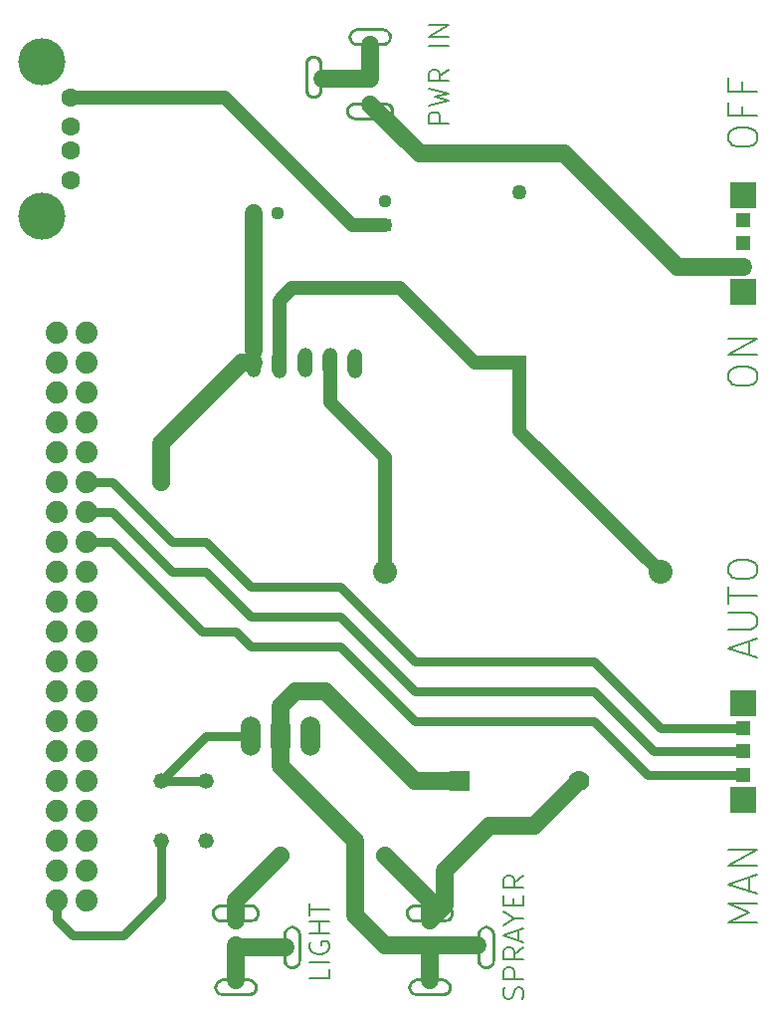
<source format=gtl>
G04 #@! TF.GenerationSoftware,KiCad,Pcbnew,(5.1.10)-1*
G04 #@! TF.CreationDate,2021-11-03T22:51:16-05:00*
G04 #@! TF.ProjectId,Kitty_Cannon_Schematic,4b697474-795f-4436-916e-6e6f6e5f5363,rev?*
G04 #@! TF.SameCoordinates,Original*
G04 #@! TF.FileFunction,Copper,L1,Top*
G04 #@! TF.FilePolarity,Positive*
%FSLAX46Y46*%
G04 Gerber Fmt 4.6, Leading zero omitted, Abs format (unit mm)*
G04 Created by KiCad (PCBNEW (5.1.10)-1) date 2021-11-03 22:51:16*
%MOMM*%
%LPD*%
G01*
G04 APERTURE LIST*
G04 #@! TA.AperFunction,NonConductor*
%ADD10C,0.203200*%
G04 #@! TD*
G04 #@! TA.AperFunction,NonConductor*
%ADD11C,0.142240*%
G04 #@! TD*
G04 #@! TA.AperFunction,EtchedComponent*
%ADD12C,0.100000*%
G04 #@! TD*
G04 #@! TA.AperFunction,ComponentPad*
%ADD13C,1.879600*%
G04 #@! TD*
G04 #@! TA.AperFunction,ComponentPad*
%ADD14O,1.270000X2.540000*%
G04 #@! TD*
G04 #@! TA.AperFunction,ComponentPad*
%ADD15C,1.270000*%
G04 #@! TD*
G04 #@! TA.AperFunction,ComponentPad*
%ADD16R,1.270000X1.270000*%
G04 #@! TD*
G04 #@! TA.AperFunction,ComponentPad*
%ADD17R,1.778000X1.778000*%
G04 #@! TD*
G04 #@! TA.AperFunction,ComponentPad*
%ADD18C,1.778000*%
G04 #@! TD*
G04 #@! TA.AperFunction,SMDPad,CuDef*
%ADD19R,0.100000X0.100000*%
G04 #@! TD*
G04 #@! TA.AperFunction,ComponentPad*
%ADD20C,4.000000*%
G04 #@! TD*
G04 #@! TA.AperFunction,ComponentPad*
%ADD21C,1.600000*%
G04 #@! TD*
G04 #@! TA.AperFunction,ComponentPad*
%ADD22R,2.250000X2.250000*%
G04 #@! TD*
G04 #@! TA.AperFunction,ComponentPad*
%ADD23R,1.308000X1.308000*%
G04 #@! TD*
G04 #@! TA.AperFunction,ComponentPad*
%ADD24O,1.676400X3.352800*%
G04 #@! TD*
G04 #@! TA.AperFunction,ComponentPad*
%ADD25C,1.320800*%
G04 #@! TD*
G04 #@! TA.AperFunction,ComponentPad*
%ADD26C,1.120000*%
G04 #@! TD*
G04 #@! TA.AperFunction,ComponentPad*
%ADD27R,1.120000X1.120000*%
G04 #@! TD*
G04 #@! TA.AperFunction,ComponentPad*
%ADD28C,2.032000*%
G04 #@! TD*
G04 #@! TA.AperFunction,ViaPad*
%ADD29C,0.756400*%
G04 #@! TD*
G04 #@! TA.AperFunction,ViaPad*
%ADD30C,1.524000*%
G04 #@! TD*
G04 #@! TA.AperFunction,Conductor*
%ADD31C,1.524000*%
G04 #@! TD*
G04 #@! TA.AperFunction,Conductor*
%ADD32C,0.406400*%
G04 #@! TD*
G04 #@! TA.AperFunction,Conductor*
%ADD33C,0.152400*%
G04 #@! TD*
G04 #@! TA.AperFunction,Conductor*
%ADD34C,0.762000*%
G04 #@! TD*
G04 #@! TA.AperFunction,Conductor*
%ADD35C,1.143000*%
G04 #@! TD*
G04 APERTURE END LIST*
D10*
X177723195Y-93677377D02*
X177723195Y-93217758D01*
X177838100Y-92987948D01*
X178067909Y-92758139D01*
X178527528Y-92643234D01*
X179331861Y-92643234D01*
X179791480Y-92758139D01*
X180021290Y-92987948D01*
X180136195Y-93217758D01*
X180136195Y-93677377D01*
X180021290Y-93907186D01*
X179791480Y-94136996D01*
X179331861Y-94251900D01*
X178527528Y-94251900D01*
X178067909Y-94136996D01*
X177838100Y-93907186D01*
X177723195Y-93677377D01*
X180136195Y-91609091D02*
X177723195Y-91609091D01*
X180136195Y-90230234D01*
X177723195Y-90230234D01*
X177723195Y-73357377D02*
X177723195Y-72897758D01*
X177838100Y-72667948D01*
X178067909Y-72438139D01*
X178527528Y-72323234D01*
X179331861Y-72323234D01*
X179791480Y-72438139D01*
X180021290Y-72667948D01*
X180136195Y-72897758D01*
X180136195Y-73357377D01*
X180021290Y-73587186D01*
X179791480Y-73816996D01*
X179331861Y-73931900D01*
X178527528Y-73931900D01*
X178067909Y-73816996D01*
X177838100Y-73587186D01*
X177723195Y-73357377D01*
X178872242Y-70484758D02*
X178872242Y-71289091D01*
X180136195Y-71289091D02*
X177723195Y-71289091D01*
X177723195Y-70140043D01*
X178872242Y-68416472D02*
X178872242Y-69220805D01*
X180136195Y-69220805D02*
X177723195Y-69220805D01*
X177723195Y-68071758D01*
X180136195Y-139856996D02*
X177723195Y-139856996D01*
X179446766Y-139052662D01*
X177723195Y-138248329D01*
X180136195Y-138248329D01*
X179446766Y-137214186D02*
X179446766Y-136065139D01*
X180136195Y-137443996D02*
X177723195Y-136639662D01*
X180136195Y-135835329D01*
X180136195Y-135030996D02*
X177723195Y-135030996D01*
X180136195Y-133652139D01*
X177723195Y-133652139D01*
X179446766Y-117111900D02*
X179446766Y-115962853D01*
X180136195Y-117341710D02*
X177723195Y-116537377D01*
X180136195Y-115733043D01*
X177723195Y-114928710D02*
X179676576Y-114928710D01*
X179906385Y-114813805D01*
X180021290Y-114698900D01*
X180136195Y-114469091D01*
X180136195Y-114009472D01*
X180021290Y-113779662D01*
X179906385Y-113664758D01*
X179676576Y-113549853D01*
X177723195Y-113549853D01*
X177723195Y-112745520D02*
X177723195Y-111366662D01*
X180136195Y-112056091D02*
X177723195Y-112056091D01*
X177723195Y-110102710D02*
X177723195Y-109643091D01*
X177838100Y-109413281D01*
X178067909Y-109183472D01*
X178527528Y-109068567D01*
X179331861Y-109068567D01*
X179791480Y-109183472D01*
X180021290Y-109413281D01*
X180136195Y-109643091D01*
X180136195Y-110102710D01*
X180021290Y-110332520D01*
X179791480Y-110562329D01*
X179331861Y-110677234D01*
X178527528Y-110677234D01*
X178067909Y-110562329D01*
X177838100Y-110332520D01*
X177723195Y-110102710D01*
D11*
X153919766Y-71953289D02*
X152230666Y-71953289D01*
X152230666Y-71309822D01*
X152311100Y-71148956D01*
X152391533Y-71068522D01*
X152552400Y-70988089D01*
X152793700Y-70988089D01*
X152954566Y-71068522D01*
X153035000Y-71148956D01*
X153115433Y-71309822D01*
X153115433Y-71953289D01*
X152230666Y-70425056D02*
X153919766Y-70022889D01*
X152713266Y-69701156D01*
X153919766Y-69379422D01*
X152230666Y-68977256D01*
X153919766Y-67368589D02*
X153115433Y-67931622D01*
X153919766Y-68333789D02*
X152230666Y-68333789D01*
X152230666Y-67690322D01*
X152311100Y-67529456D01*
X152391533Y-67449022D01*
X152552400Y-67368589D01*
X152793700Y-67368589D01*
X152954566Y-67449022D01*
X153035000Y-67529456D01*
X153115433Y-67690322D01*
X153115433Y-68333789D01*
X153919766Y-65357756D02*
X152230666Y-65357756D01*
X153919766Y-64553422D02*
X152230666Y-64553422D01*
X153919766Y-63588222D01*
X152230666Y-63588222D01*
X160189333Y-146354122D02*
X160269766Y-146112822D01*
X160269766Y-145710656D01*
X160189333Y-145549789D01*
X160108900Y-145469356D01*
X159948033Y-145388922D01*
X159787166Y-145388922D01*
X159626300Y-145469356D01*
X159545866Y-145549789D01*
X159465433Y-145710656D01*
X159385000Y-146032389D01*
X159304566Y-146193256D01*
X159224133Y-146273689D01*
X159063266Y-146354122D01*
X158902400Y-146354122D01*
X158741533Y-146273689D01*
X158661100Y-146193256D01*
X158580666Y-146032389D01*
X158580666Y-145630222D01*
X158661100Y-145388922D01*
X160269766Y-144665022D02*
X158580666Y-144665022D01*
X158580666Y-144021556D01*
X158661100Y-143860689D01*
X158741533Y-143780256D01*
X158902400Y-143699822D01*
X159143700Y-143699822D01*
X159304566Y-143780256D01*
X159385000Y-143860689D01*
X159465433Y-144021556D01*
X159465433Y-144665022D01*
X160269766Y-142010722D02*
X159465433Y-142573756D01*
X160269766Y-142975922D02*
X158580666Y-142975922D01*
X158580666Y-142332456D01*
X158661100Y-142171589D01*
X158741533Y-142091156D01*
X158902400Y-142010722D01*
X159143700Y-142010722D01*
X159304566Y-142091156D01*
X159385000Y-142171589D01*
X159465433Y-142332456D01*
X159465433Y-142975922D01*
X159787166Y-141367256D02*
X159787166Y-140562922D01*
X160269766Y-141528122D02*
X158580666Y-140965089D01*
X160269766Y-140402056D01*
X159465433Y-139517289D02*
X160269766Y-139517289D01*
X158580666Y-140080322D02*
X159465433Y-139517289D01*
X158580666Y-138954256D01*
X159385000Y-138391222D02*
X159385000Y-137828189D01*
X160269766Y-137586889D02*
X160269766Y-138391222D01*
X158580666Y-138391222D01*
X158580666Y-137586889D01*
X160269766Y-135897789D02*
X159465433Y-136460822D01*
X160269766Y-136862989D02*
X158580666Y-136862989D01*
X158580666Y-136219522D01*
X158661100Y-136058656D01*
X158741533Y-135978222D01*
X158902400Y-135897789D01*
X159143700Y-135897789D01*
X159304566Y-135978222D01*
X159385000Y-136058656D01*
X159465433Y-136219522D01*
X159465433Y-136862989D01*
X143759766Y-143826822D02*
X143759766Y-144631156D01*
X142070666Y-144631156D01*
X143759766Y-143263789D02*
X142070666Y-143263789D01*
X142151100Y-141574689D02*
X142070666Y-141735556D01*
X142070666Y-141976856D01*
X142151100Y-142218156D01*
X142311966Y-142379022D01*
X142472833Y-142459456D01*
X142794566Y-142539889D01*
X143035866Y-142539889D01*
X143357600Y-142459456D01*
X143518466Y-142379022D01*
X143679333Y-142218156D01*
X143759766Y-141976856D01*
X143759766Y-141815989D01*
X143679333Y-141574689D01*
X143598900Y-141494256D01*
X143035866Y-141494256D01*
X143035866Y-141815989D01*
X143759766Y-140770356D02*
X142070666Y-140770356D01*
X142875000Y-140770356D02*
X142875000Y-139805156D01*
X143759766Y-139805156D02*
X142070666Y-139805156D01*
X142070666Y-139242122D02*
X142070666Y-138276922D01*
X143759766Y-138759522D02*
X142070666Y-138759522D01*
D12*
G36*
X147231100Y-70413600D02*
G01*
X147231100Y-70163600D01*
X145931100Y-70163600D01*
X145736986Y-70189156D01*
X145556100Y-70264081D01*
X145400770Y-70383270D01*
X145281581Y-70538600D01*
X145206656Y-70719486D01*
X145181100Y-70913600D01*
X145206656Y-71107714D01*
X145281581Y-71288600D01*
X145400770Y-71443930D01*
X145556100Y-71563119D01*
X145736986Y-71638044D01*
X145931100Y-71663600D01*
X147231100Y-71663600D01*
X147231100Y-71413600D01*
X145931100Y-71413600D01*
X145776592Y-71389128D01*
X145637207Y-71318108D01*
X145526592Y-71207493D01*
X145431100Y-70913600D01*
X145455572Y-70759092D01*
X145526592Y-70619707D01*
X145637207Y-70509092D01*
X145931100Y-70413600D01*
X147231100Y-70413600D01*
G37*
G36*
X147231100Y-71413600D02*
G01*
X147231100Y-71663600D01*
X148531100Y-71663600D01*
X148725214Y-71638044D01*
X148906100Y-71563119D01*
X149061430Y-71443930D01*
X149180619Y-71288600D01*
X149255544Y-71107714D01*
X149281100Y-70913600D01*
X149255544Y-70719486D01*
X149180619Y-70538600D01*
X149061430Y-70383270D01*
X148906100Y-70264081D01*
X148531100Y-70163600D01*
X147231100Y-70163600D01*
X147231100Y-70413600D01*
X148531100Y-70413600D01*
X148685608Y-70438072D01*
X148824993Y-70509092D01*
X148935608Y-70619707D01*
X149031100Y-70913600D01*
X149006628Y-71068108D01*
X148935608Y-71207493D01*
X148824993Y-71318108D01*
X148531100Y-71413600D01*
X147231100Y-71413600D01*
G37*
G36*
X141931100Y-68013600D02*
G01*
X141681100Y-68013600D01*
X141681100Y-69113600D01*
X141706656Y-69307714D01*
X141781581Y-69488600D01*
X141900770Y-69643930D01*
X142056100Y-69763119D01*
X142236986Y-69838044D01*
X142431100Y-69863600D01*
X142625214Y-69838044D01*
X142806100Y-69763119D01*
X142961430Y-69643930D01*
X143080619Y-69488600D01*
X143155544Y-69307714D01*
X143181100Y-69113600D01*
X143181100Y-68013600D01*
X142931100Y-68013600D01*
X142931100Y-69113600D01*
X142906628Y-69268108D01*
X142835608Y-69407493D01*
X142724993Y-69518108D01*
X142431100Y-69613600D01*
X142276592Y-69589128D01*
X142137207Y-69518108D01*
X142026592Y-69407493D01*
X141931100Y-69113600D01*
X141931100Y-68013600D01*
G37*
G36*
X142931100Y-68013600D02*
G01*
X143181100Y-68013600D01*
X143181100Y-66913600D01*
X143155544Y-66719486D01*
X143080619Y-66538600D01*
X142961430Y-66383270D01*
X142806100Y-66264081D01*
X142431100Y-66163600D01*
X142236986Y-66189156D01*
X142056100Y-66264081D01*
X141900770Y-66383270D01*
X141781581Y-66538600D01*
X141706656Y-66719486D01*
X141681100Y-66913600D01*
X141681100Y-68013600D01*
X141931100Y-68013600D01*
X141931100Y-66913600D01*
X141955572Y-66759092D01*
X142026592Y-66619707D01*
X142137207Y-66509092D01*
X142431100Y-66413600D01*
X142585608Y-66438072D01*
X142724993Y-66509092D01*
X142835608Y-66619707D01*
X142931100Y-66913600D01*
X142931100Y-68013600D01*
G37*
G36*
X147231100Y-64113600D02*
G01*
X147231100Y-63863600D01*
X146131100Y-63863600D01*
X145936986Y-63889156D01*
X145756100Y-63964081D01*
X145600770Y-64083270D01*
X145481581Y-64238600D01*
X145406656Y-64419486D01*
X145381100Y-64613600D01*
X145381100Y-64613599D01*
X145406656Y-64807713D01*
X145481581Y-64988599D01*
X145600770Y-65143929D01*
X145756100Y-65263118D01*
X145936986Y-65338043D01*
X146131100Y-65363600D01*
X147231100Y-65363600D01*
X147231100Y-65113600D01*
X146131100Y-65113600D01*
X146131101Y-65113600D01*
X145976592Y-65089129D01*
X145837208Y-65018109D01*
X145726591Y-64907493D01*
X145655571Y-64768109D01*
X145631100Y-64613600D01*
X145655572Y-64459092D01*
X145726592Y-64319707D01*
X145837207Y-64209092D01*
X146131100Y-64113600D01*
X147231100Y-64113600D01*
G37*
G36*
X147231100Y-65113600D02*
G01*
X147231100Y-65363600D01*
X148331100Y-65363600D01*
X148331099Y-65363600D01*
X148525214Y-65338045D01*
X148706100Y-65263119D01*
X148861430Y-65143931D01*
X148980619Y-64988600D01*
X149081100Y-64613600D01*
X149055544Y-64419486D01*
X148980619Y-64238600D01*
X148861430Y-64083270D01*
X148706100Y-63964081D01*
X148331100Y-63863600D01*
X147231100Y-63863600D01*
X147231100Y-64113600D01*
X148331100Y-64113600D01*
X148485608Y-64138072D01*
X148624993Y-64209092D01*
X148735608Y-64319707D01*
X148831100Y-64613600D01*
X148831100Y-64613599D01*
X148806628Y-64768107D01*
X148735608Y-64907492D01*
X148624993Y-65018107D01*
X148331100Y-65113600D01*
X147231100Y-65113600D01*
G37*
G36*
X135801100Y-139593600D02*
G01*
X135801100Y-139843600D01*
X137101100Y-139843600D01*
X137295214Y-139818044D01*
X137476100Y-139743119D01*
X137631430Y-139623930D01*
X137750619Y-139468600D01*
X137825544Y-139287714D01*
X137851100Y-139093600D01*
X137825544Y-138899486D01*
X137750619Y-138718600D01*
X137631430Y-138563270D01*
X137476100Y-138444081D01*
X137295214Y-138369156D01*
X137101100Y-138343600D01*
X135801100Y-138343600D01*
X135801100Y-138593600D01*
X137101100Y-138593600D01*
X137255608Y-138618072D01*
X137394993Y-138689092D01*
X137505608Y-138799707D01*
X137601100Y-139093600D01*
X137576628Y-139248108D01*
X137505608Y-139387493D01*
X137394993Y-139498108D01*
X137101100Y-139593600D01*
X135801100Y-139593600D01*
G37*
G36*
X135801100Y-138593600D02*
G01*
X135801100Y-138343600D01*
X134501100Y-138343600D01*
X134306986Y-138369156D01*
X134126100Y-138444081D01*
X133970770Y-138563270D01*
X133851581Y-138718600D01*
X133776656Y-138899486D01*
X133751100Y-139093600D01*
X133776656Y-139287714D01*
X133851581Y-139468600D01*
X133970770Y-139623930D01*
X134126100Y-139743119D01*
X134501100Y-139843600D01*
X135801100Y-139843600D01*
X135801100Y-139593600D01*
X134501100Y-139593600D01*
X134346592Y-139569128D01*
X134207207Y-139498108D01*
X134096592Y-139387493D01*
X134001100Y-139093600D01*
X134025572Y-138939092D01*
X134096592Y-138799707D01*
X134207207Y-138689092D01*
X134501100Y-138593600D01*
X135801100Y-138593600D01*
G37*
G36*
X141101100Y-141993600D02*
G01*
X141351100Y-141993600D01*
X141351100Y-140893600D01*
X141325544Y-140699486D01*
X141250619Y-140518600D01*
X141131430Y-140363270D01*
X140976100Y-140244081D01*
X140795214Y-140169156D01*
X140601100Y-140143600D01*
X140406986Y-140169156D01*
X140226100Y-140244081D01*
X140070770Y-140363270D01*
X139951581Y-140518600D01*
X139876656Y-140699486D01*
X139851100Y-140893600D01*
X139851100Y-141993600D01*
X140101100Y-141993600D01*
X140101100Y-140893600D01*
X140125572Y-140739092D01*
X140196592Y-140599707D01*
X140307207Y-140489092D01*
X140601100Y-140393600D01*
X140755608Y-140418072D01*
X140894993Y-140489092D01*
X141005608Y-140599707D01*
X141101100Y-140893600D01*
X141101100Y-141993600D01*
G37*
G36*
X140101100Y-141993600D02*
G01*
X139851100Y-141993600D01*
X139851100Y-143093600D01*
X139876656Y-143287714D01*
X139951581Y-143468600D01*
X140070770Y-143623930D01*
X140226100Y-143743119D01*
X140601100Y-143843600D01*
X140795214Y-143818044D01*
X140976100Y-143743119D01*
X141131430Y-143623930D01*
X141250619Y-143468600D01*
X141325544Y-143287714D01*
X141351100Y-143093600D01*
X141351100Y-141993600D01*
X141101100Y-141993600D01*
X141101100Y-143093600D01*
X141076628Y-143248108D01*
X141005608Y-143387493D01*
X140894993Y-143498108D01*
X140601100Y-143593600D01*
X140446592Y-143569128D01*
X140307207Y-143498108D01*
X140196592Y-143387493D01*
X140101100Y-143093600D01*
X140101100Y-141993600D01*
G37*
G36*
X135801100Y-145893600D02*
G01*
X135801100Y-146143600D01*
X136901100Y-146143600D01*
X137095214Y-146118044D01*
X137276100Y-146043119D01*
X137431430Y-145923930D01*
X137550619Y-145768600D01*
X137625544Y-145587714D01*
X137651100Y-145393600D01*
X137651100Y-145393601D01*
X137625544Y-145199487D01*
X137550619Y-145018601D01*
X137431430Y-144863271D01*
X137276100Y-144744082D01*
X137095214Y-144669157D01*
X136901100Y-144643600D01*
X135801100Y-144643600D01*
X135801100Y-144893600D01*
X136901100Y-144893600D01*
X136901099Y-144893600D01*
X137055608Y-144918071D01*
X137194992Y-144989091D01*
X137305609Y-145099707D01*
X137376629Y-145239091D01*
X137401100Y-145393600D01*
X137376628Y-145548108D01*
X137305608Y-145687493D01*
X137194993Y-145798108D01*
X136901100Y-145893600D01*
X135801100Y-145893600D01*
G37*
G36*
X135801100Y-144893600D02*
G01*
X135801100Y-144643600D01*
X134701100Y-144643600D01*
X134701101Y-144643600D01*
X134506986Y-144669155D01*
X134326100Y-144744081D01*
X134170770Y-144863269D01*
X134051581Y-145018600D01*
X133951100Y-145393600D01*
X133976656Y-145587714D01*
X134051581Y-145768600D01*
X134170770Y-145923930D01*
X134326100Y-146043119D01*
X134701100Y-146143600D01*
X135801100Y-146143600D01*
X135801100Y-145893600D01*
X134701100Y-145893600D01*
X134546592Y-145869128D01*
X134407207Y-145798108D01*
X134296592Y-145687493D01*
X134201100Y-145393600D01*
X134201100Y-145393601D01*
X134225572Y-145239093D01*
X134296592Y-145099708D01*
X134407207Y-144989093D01*
X134701100Y-144893600D01*
X135801100Y-144893600D01*
G37*
G36*
X152311100Y-139593600D02*
G01*
X152311100Y-139843600D01*
X153611100Y-139843600D01*
X153805214Y-139818044D01*
X153986100Y-139743119D01*
X154141430Y-139623930D01*
X154260619Y-139468600D01*
X154335544Y-139287714D01*
X154361100Y-139093600D01*
X154335544Y-138899486D01*
X154260619Y-138718600D01*
X154141430Y-138563270D01*
X153986100Y-138444081D01*
X153805214Y-138369156D01*
X153611100Y-138343600D01*
X152311100Y-138343600D01*
X152311100Y-138593600D01*
X153611100Y-138593600D01*
X153765608Y-138618072D01*
X153904993Y-138689092D01*
X154015608Y-138799707D01*
X154111100Y-139093600D01*
X154086628Y-139248108D01*
X154015608Y-139387493D01*
X153904993Y-139498108D01*
X153611100Y-139593600D01*
X152311100Y-139593600D01*
G37*
G36*
X152311100Y-138593600D02*
G01*
X152311100Y-138343600D01*
X151011100Y-138343600D01*
X150816986Y-138369156D01*
X150636100Y-138444081D01*
X150480770Y-138563270D01*
X150361581Y-138718600D01*
X150286656Y-138899486D01*
X150261100Y-139093600D01*
X150286656Y-139287714D01*
X150361581Y-139468600D01*
X150480770Y-139623930D01*
X150636100Y-139743119D01*
X151011100Y-139843600D01*
X152311100Y-139843600D01*
X152311100Y-139593600D01*
X151011100Y-139593600D01*
X150856592Y-139569128D01*
X150717207Y-139498108D01*
X150606592Y-139387493D01*
X150511100Y-139093600D01*
X150535572Y-138939092D01*
X150606592Y-138799707D01*
X150717207Y-138689092D01*
X151011100Y-138593600D01*
X152311100Y-138593600D01*
G37*
G36*
X157611100Y-141993600D02*
G01*
X157861100Y-141993600D01*
X157861100Y-140893600D01*
X157835544Y-140699486D01*
X157760619Y-140518600D01*
X157641430Y-140363270D01*
X157486100Y-140244081D01*
X157305214Y-140169156D01*
X157111100Y-140143600D01*
X156916986Y-140169156D01*
X156736100Y-140244081D01*
X156580770Y-140363270D01*
X156461581Y-140518600D01*
X156386656Y-140699486D01*
X156361100Y-140893600D01*
X156361100Y-141993600D01*
X156611100Y-141993600D01*
X156611100Y-140893600D01*
X156635572Y-140739092D01*
X156706592Y-140599707D01*
X156817207Y-140489092D01*
X157111100Y-140393600D01*
X157265608Y-140418072D01*
X157404993Y-140489092D01*
X157515608Y-140599707D01*
X157611100Y-140893600D01*
X157611100Y-141993600D01*
G37*
G36*
X156611100Y-141993600D02*
G01*
X156361100Y-141993600D01*
X156361100Y-143093600D01*
X156386656Y-143287714D01*
X156461581Y-143468600D01*
X156580770Y-143623930D01*
X156736100Y-143743119D01*
X157111100Y-143843600D01*
X157305214Y-143818044D01*
X157486100Y-143743119D01*
X157641430Y-143623930D01*
X157760619Y-143468600D01*
X157835544Y-143287714D01*
X157861100Y-143093600D01*
X157861100Y-141993600D01*
X157611100Y-141993600D01*
X157611100Y-143093600D01*
X157586628Y-143248108D01*
X157515608Y-143387493D01*
X157404993Y-143498108D01*
X157111100Y-143593600D01*
X156956592Y-143569128D01*
X156817207Y-143498108D01*
X156706592Y-143387493D01*
X156611100Y-143093600D01*
X156611100Y-141993600D01*
G37*
G36*
X152311100Y-145893600D02*
G01*
X152311100Y-146143600D01*
X153411100Y-146143600D01*
X153605214Y-146118044D01*
X153786100Y-146043119D01*
X153941430Y-145923930D01*
X154060619Y-145768600D01*
X154135544Y-145587714D01*
X154161100Y-145393600D01*
X154161100Y-145393601D01*
X154135544Y-145199487D01*
X154060619Y-145018601D01*
X153941430Y-144863271D01*
X153786100Y-144744082D01*
X153605214Y-144669157D01*
X153411100Y-144643600D01*
X152311100Y-144643600D01*
X152311100Y-144893600D01*
X153411100Y-144893600D01*
X153411099Y-144893600D01*
X153565608Y-144918071D01*
X153704992Y-144989091D01*
X153815609Y-145099707D01*
X153886629Y-145239091D01*
X153911100Y-145393600D01*
X153886628Y-145548108D01*
X153815608Y-145687493D01*
X153704993Y-145798108D01*
X153411100Y-145893600D01*
X152311100Y-145893600D01*
G37*
G36*
X152311100Y-144893600D02*
G01*
X152311100Y-144643600D01*
X151211100Y-144643600D01*
X151211101Y-144643600D01*
X151016986Y-144669155D01*
X150836100Y-144744081D01*
X150680770Y-144863269D01*
X150561581Y-145018600D01*
X150461100Y-145393600D01*
X150486656Y-145587714D01*
X150561581Y-145768600D01*
X150680770Y-145923930D01*
X150836100Y-146043119D01*
X151211100Y-146143600D01*
X152311100Y-146143600D01*
X152311100Y-145893600D01*
X151211100Y-145893600D01*
X151056592Y-145869128D01*
X150917207Y-145798108D01*
X150806592Y-145687493D01*
X150711100Y-145393600D01*
X150711100Y-145393601D01*
X150735572Y-145239093D01*
X150806592Y-145099708D01*
X150917207Y-144989093D01*
X151211100Y-144893600D01*
X152311100Y-144893600D01*
G37*
D13*
X120561100Y-138023600D03*
X123101100Y-138023600D03*
X120561100Y-135483600D03*
X123101100Y-135483600D03*
X120561100Y-132943600D03*
X123101100Y-132943600D03*
X120561100Y-130403600D03*
X123101100Y-130403600D03*
X120561100Y-127863600D03*
X123101100Y-127863600D03*
X120561100Y-125323600D03*
X123101100Y-125323600D03*
X120561100Y-122783600D03*
X123101100Y-122783600D03*
X120561100Y-120243600D03*
X123101100Y-120243600D03*
X120561100Y-117703600D03*
X123101100Y-117703600D03*
X120561100Y-115163600D03*
X123101100Y-115163600D03*
X120561100Y-112623600D03*
X123101100Y-112623600D03*
X120561100Y-110083600D03*
X123101100Y-110083600D03*
X120561100Y-107543600D03*
X123101100Y-107543600D03*
X120561100Y-105003600D03*
X123101100Y-105003600D03*
X120561100Y-102463600D03*
X123101100Y-102463600D03*
X120561100Y-99923600D03*
X123101100Y-99923600D03*
X120561100Y-97383600D03*
X123101100Y-97383600D03*
X120561100Y-94843600D03*
X123101100Y-94843600D03*
X120561100Y-92303600D03*
X123101100Y-92303600D03*
X120561100Y-89763600D03*
X123101100Y-89763600D03*
D14*
X145917920Y-92339160D03*
X143865600Y-92313760D03*
X141745100Y-92303600D03*
X139512040Y-92344240D03*
X137320020Y-92293440D03*
D15*
X159931100Y-77774800D03*
D16*
X159931100Y-92303600D03*
D17*
X154851100Y-127863600D03*
D18*
X165011100Y-127863600D03*
D19*
X143031100Y-68013600D03*
X147231100Y-65263600D03*
X147231100Y-70313600D03*
X140001100Y-141993600D03*
X135801100Y-144743600D03*
X135801100Y-139693600D03*
X156511100Y-141993600D03*
X152311100Y-144743600D03*
X152311100Y-139693600D03*
D20*
X119291100Y-79823600D03*
X119291100Y-66683600D03*
D21*
X121691100Y-76753600D03*
X121691100Y-74253600D03*
X121691100Y-72253600D03*
X121691100Y-69753600D03*
D22*
X178981100Y-129423600D03*
X178981100Y-121223600D03*
D23*
X178981100Y-123323600D03*
X178981100Y-127323600D03*
X178981100Y-125323600D03*
D22*
X178981100Y-78043600D03*
X178981100Y-86243600D03*
D23*
X178981100Y-84143600D03*
X178981100Y-80143600D03*
X178981100Y-82143600D03*
D24*
X142151100Y-124053600D03*
X139611100Y-124053600D03*
X137071100Y-124053600D03*
D25*
X129451100Y-132943600D03*
X129451100Y-127863600D03*
X133261100Y-132943600D03*
X133261100Y-127863600D03*
D26*
X139341100Y-79603600D03*
D27*
X137341100Y-79603600D03*
D26*
X148501100Y-78603600D03*
D27*
X148501100Y-80603600D03*
D28*
X171894500Y-110083600D03*
X148501100Y-110083600D03*
D29*
X147231100Y-68173600D03*
X135801100Y-141833600D03*
D30*
X148501100Y-134213600D03*
X139611100Y-134213600D03*
X129451100Y-102463600D03*
D31*
X147231100Y-68173600D02*
X147231100Y-65263600D01*
X147231100Y-68173600D02*
X143191100Y-68173600D01*
D32*
X143031100Y-68013600D02*
X143191100Y-68173600D01*
D31*
X135801100Y-141833600D02*
X135801100Y-144743600D01*
X140001100Y-141993600D02*
X135961100Y-141993600D01*
D33*
X135961100Y-141993600D02*
X135801100Y-141833600D01*
D34*
X129451100Y-132943600D02*
X129451100Y-137708099D01*
X120561100Y-138023600D02*
X120561100Y-139611100D01*
X120561100Y-139611100D02*
X121920000Y-140970000D01*
X126189199Y-140970000D02*
X129451100Y-137708099D01*
X121920000Y-140970000D02*
X126189199Y-140970000D01*
D35*
X171894500Y-110083600D02*
X159931100Y-98120200D01*
X159931100Y-98120200D02*
X159931100Y-92303600D01*
X140881100Y-85953600D02*
X149771100Y-85953600D01*
X156121100Y-92303600D02*
X159931100Y-92303600D01*
X149771100Y-85953600D02*
X156121100Y-92303600D01*
D34*
X130721100Y-107543600D02*
X133261100Y-107543600D01*
X133261100Y-107543600D02*
X137071100Y-111353600D01*
X144691100Y-111353600D02*
X151041100Y-117703600D01*
X151041100Y-117703600D02*
X166281100Y-117703600D01*
X171901100Y-123323600D02*
X178981100Y-123323600D01*
X137071100Y-111353600D02*
X144691100Y-111353600D01*
X166281100Y-117703600D02*
X171901100Y-123323600D01*
D35*
X148501100Y-110083600D02*
X148501100Y-101193600D01*
X121691100Y-69753600D02*
X134841100Y-69753600D01*
X145691100Y-80603600D02*
X148501100Y-80603600D01*
X134841100Y-69753600D02*
X145691100Y-80603600D01*
D34*
X133261100Y-115163600D02*
X135801100Y-115163600D01*
X135801100Y-115163600D02*
X137071100Y-116433600D01*
X137071100Y-116433600D02*
X144691100Y-116433600D01*
X144691100Y-116433600D02*
X151041100Y-122783600D01*
X170821100Y-127323600D02*
X178981100Y-127323600D01*
X151041100Y-122783600D02*
X166281100Y-122783600D01*
X166281100Y-122783600D02*
X170821100Y-127323600D01*
X133261100Y-115163600D02*
X132943600Y-115163600D01*
X125323600Y-107543600D02*
X123101100Y-107543600D01*
X132943600Y-115163600D02*
X125323600Y-107543600D01*
X130721100Y-110083600D02*
X133261100Y-110083600D01*
X133261100Y-110083600D02*
X137071100Y-113893600D01*
X137071100Y-113893600D02*
X144691100Y-113893600D01*
X144691100Y-113893600D02*
X151041100Y-120243600D01*
X151041100Y-120243600D02*
X166281100Y-120243600D01*
X166281100Y-120243600D02*
X171361100Y-125323600D01*
X171361100Y-125323600D02*
X178981100Y-125323600D01*
X130721100Y-110083600D02*
X130403600Y-110083600D01*
X125323600Y-105003600D02*
X123101100Y-105003600D01*
X130403600Y-110083600D02*
X125323600Y-105003600D01*
X130721100Y-107543600D02*
X130403600Y-107543600D01*
X125323600Y-102463600D02*
X123101100Y-102463600D01*
X130403600Y-107543600D02*
X125323600Y-102463600D01*
D31*
X178981100Y-84143600D02*
X173361100Y-84143600D01*
X163741100Y-74523600D02*
X173361100Y-84143600D01*
X147231100Y-70313600D02*
X151441100Y-74523600D01*
X151441100Y-74523600D02*
X163741100Y-74523600D01*
D34*
X129451100Y-127863600D02*
X133261100Y-124053600D01*
X133261100Y-124053600D02*
X137071100Y-124053600D01*
X133261100Y-127863600D02*
X129451100Y-127863600D01*
D31*
X152311100Y-144743600D02*
X152311100Y-141833600D01*
D33*
X156511100Y-141993600D02*
X156351100Y-141833600D01*
D31*
X156351100Y-141833600D02*
X152311100Y-141833600D01*
X152311100Y-141833600D02*
X148501100Y-141833600D01*
X148501100Y-141833600D02*
X145961100Y-139293600D01*
X145961100Y-139293600D02*
X145961100Y-132943600D01*
X145961100Y-132943600D02*
X139611100Y-126593600D01*
X139611100Y-126593600D02*
X139611100Y-124053600D01*
X154851100Y-127863600D02*
X151041100Y-127863600D01*
X143421100Y-120243600D02*
X140881100Y-120243600D01*
X140881100Y-120243600D02*
X139611100Y-121513600D01*
X139611100Y-121513600D02*
X139611100Y-124053600D01*
X151041100Y-127863600D02*
X143421100Y-120243600D01*
X152311100Y-138023600D02*
X152311100Y-139693600D01*
X148501100Y-134213600D02*
X152311100Y-138023600D01*
X135801100Y-139693600D02*
X135801100Y-138023600D01*
X135801100Y-138023600D02*
X139611100Y-134213600D01*
X137341100Y-79603600D02*
X137341100Y-91303600D01*
X152311100Y-139693600D02*
X153581100Y-138423600D01*
X153581100Y-138423600D02*
X153581100Y-135483600D01*
X153581100Y-135483600D02*
X157391100Y-131673600D01*
X157391100Y-131673600D02*
X161201100Y-131673600D01*
X161201100Y-131673600D02*
X165011100Y-127863600D01*
X129451100Y-102463600D02*
X129451100Y-99923600D01*
X129451100Y-99923600D02*
X129451100Y-99169220D01*
X136326880Y-92293440D02*
X137320020Y-92293440D01*
X129451100Y-99169220D02*
X136326880Y-92293440D01*
D35*
X148501100Y-101193600D02*
X148501100Y-100296980D01*
X143865600Y-95661480D02*
X143865600Y-92313760D01*
X148501100Y-100296980D02*
X143865600Y-95661480D01*
X140881100Y-85953600D02*
X140553440Y-85953600D01*
X139512040Y-86995000D02*
X139512040Y-92344240D01*
X140553440Y-85953600D02*
X139512040Y-86995000D01*
M02*

</source>
